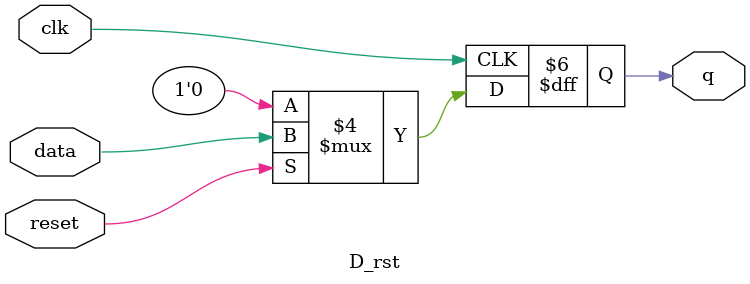
<source format=v>
module D_rst (
	input data, clk, reset,
	output q
);
    
parameter UDLY = 1;
reg q;
always @ (posedge clk) begin
	if ( !reset ) begin
		q <= #UDLY 1'b0;
	end else begin
		q <= #UDLY data;
	end
end
endmodule

</source>
